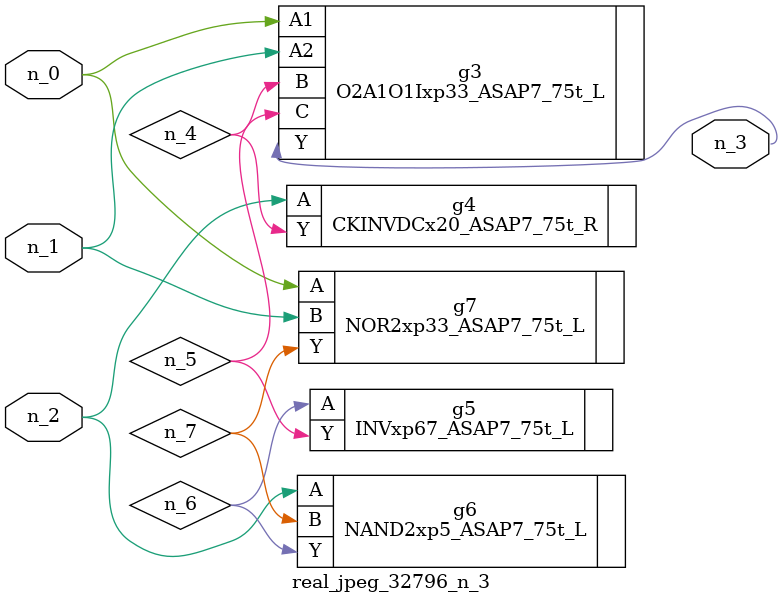
<source format=v>
module real_jpeg_32796_n_3 (n_1, n_0, n_2, n_3);

input n_1;
input n_0;
input n_2;

output n_3;

wire n_5;
wire n_4;
wire n_6;
wire n_7;

O2A1O1Ixp33_ASAP7_75t_L g3 ( 
.A1(n_0),
.A2(n_1),
.B(n_4),
.C(n_5),
.Y(n_3)
);

NOR2xp33_ASAP7_75t_L g7 ( 
.A(n_0),
.B(n_1),
.Y(n_7)
);

CKINVDCx20_ASAP7_75t_R g4 ( 
.A(n_2),
.Y(n_4)
);

NAND2xp5_ASAP7_75t_L g6 ( 
.A(n_2),
.B(n_7),
.Y(n_6)
);

INVxp67_ASAP7_75t_L g5 ( 
.A(n_6),
.Y(n_5)
);


endmodule
</source>
